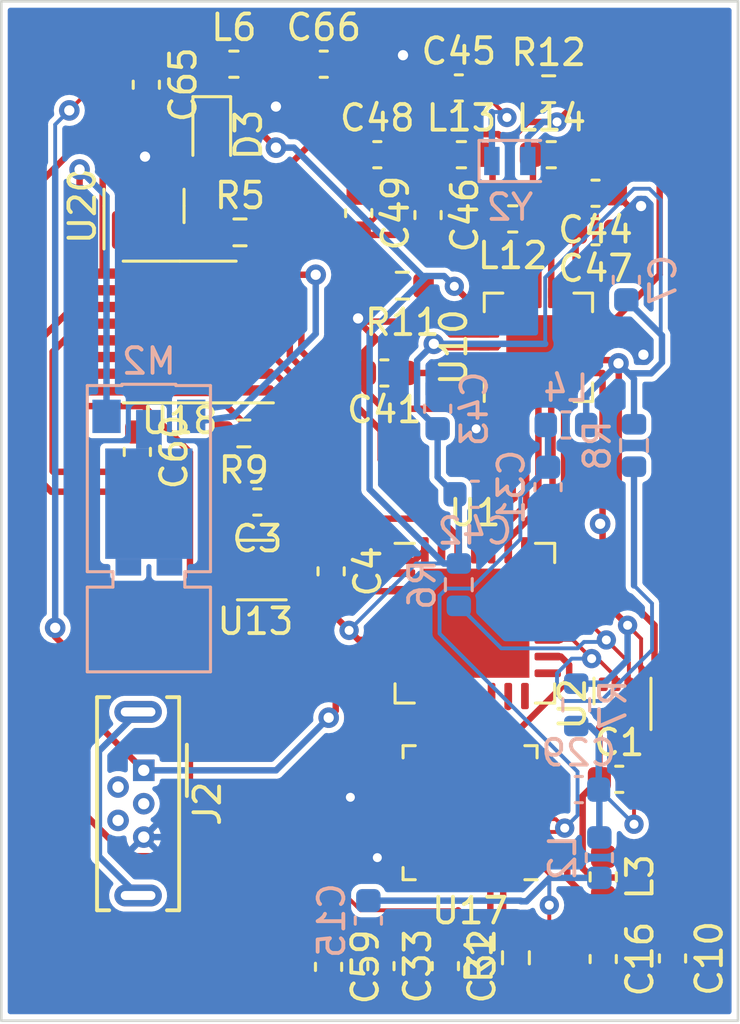
<source format=kicad_pcb>
(kicad_pcb (version 20221018) (generator pcbnew)
  (layers (0 "F.Cu" signal) (31 "B.Cu" signal) (34 "B.Paste" user) (35 "F.Paste" user) (36 "B.SilkS" user "B.Silkscreen") (37 "F.SilkS" user "F.Silkscreen") (38 "B.Mask" user) (39 "F.Mask" user) (44 "Edge.Cuts" user))
  (net 0 "")
  (net 1 "GND")
  (net 2 "+3.3V")
  (net 3 "Net-(U13-OUT)")
  (net 4 "TS signal ")
  (net 5 "ANT")
  (net 6 "Net-(U17-VDDD)")
  (net 7 "Net-(U17-LNA)")
  (net 8 "Net-(C31-Pad1)")
  (net 9 "Net-(U18-VBB)")
  (net 10 "Net-(U10-DVDD)")
  (net 11 "Net-(U10-VDD_PA)")
  (net 12 "Net-(U10-XC1)")
  (net 13 "Net-(U10-XC2)")
  (net 14 "Net-(C48-Pad2)")
  (net 15 "Net-(U18-VCP)")
  (net 16 "Net-(U18-CP1)")
  (net 17 "Net-(U18-CP2)")
  (net 18 "Net-(D3-K)")
  (net 19 "Net-(U10-ANT1)")
  (net 20 "Net-(U10-ANT2)")
  (net 21 "Net-(M2-+)")
  (net 22 "Net-(M2--)")
  (net 23 "Net-(U17-RES12K)")
  (net 24 "Net-(U18-SENSE)")
  (net 25 "SDA")
  (net 26 "SDA2")
  (net 27 "INT")
  (net 28 "Net-(U18-~{FAULT})")
  (net 29 "+12V")
  (net 30 "Net-(U10-IREF)")
  (net 31 "CSN")
  (net 34 "SCK")
  (net 37 "GPIO A2")
  (net 40 "INTA ")
  (net 41 "CE")
  (net 42 "IRQ")
  (net 43 "CLK2")
  (net 44 "CLK1")
  (net 45 "drv enable")
  (net 46 "drv mode")
  (net 47 "drv phase")
  (net 52 "mosi")
  (net 53 "miso")
  (net 74 "drv sleep")
  (net 77 "unconnected-(U1-A2-Pad13)")
  (net 82 "unconnected-(J2-Shield-Pad6)")
  (footprint "Resistor_SMD:R_0603_1608Metric" (layer "F.Cu") (at 161 110.53 180)
    (fp_text reference "R9")
    (fp_text value "1k")
  )
  (footprint "Capacitor_SMD:C_0603_1608Metric" (layer "F.Cu") (at 164.4 115.9 -90)
    (fp_text reference "C4")
    (fp_text value "100p")
  )
  (footprint "Capacitor_SMD:C_0603_1608Metric" (layer "F.Cu") (at 166.475 108.175 180)
    (fp_text reference "C41")
    (fp_text value "33n")
  )
  (footprint "Capacitor_SMD:C_0603_1608Metric" (layer "F.Cu") (at 157.2 96.95 -90)
    (fp_text reference "C65")
    (fp_text value "100u")
  )
  (footprint "Diode_SMD:D_0603_1608Metric" (layer "F.Cu") (at 159.75 98.9 -90)
    (fp_text reference "D3")
    (fp_text value "D_Schottky")
  )
  (footprint "Resistor_SMD:R_0603_1608Metric" (layer "F.Cu") (at 171.6 130.95 90)
    (fp_text reference "R1")
    (fp_text value "60")
  )
  (footprint "Capacitor_SMD:C_0603_1608Metric" (layer "F.Cu") (at 164.3 131.305 -90)
    (fp_text reference "C59")
    (fp_text value "0.1u")
  )
  (footprint "Capacitor_SMD:C_0603_1608Metric" (layer "F.Cu") (at 164.1125 96.15)
    (fp_text reference "C66")
    (fp_text value "100u")
  )
  (footprint "Package_DFN_QFN:QFN-20-1EP_4x4mm_P0.5mm_EP2.5x2.5mm" (layer "F.Cu") (at 172.475 107.175 90)
    (fp_text reference "U10")
    (fp_text value "NRF24L01")
  )
  (footprint "Capacitor_SMD:C_0603_1608Metric" (layer "F.Cu") (at 175.625 124)
    (fp_text reference "C1")
    (fp_text value "100n")
  )
  (footprint "Capacitor_SMD:C_0603_1608Metric" (layer "F.Cu") (at 174.7 102.675 180)
    (fp_text reference "C47")
    (fp_text value "4.7p")
  )
  (footprint "Package_DFN_QFN:QFN-28-1EP_6x6mm_P0.65mm_EP4.25x4.25mm" (layer "F.Cu") (at 170 117.92)
    (fp_text reference "U1")
    (fp_text value "MCP23017_ML")
  )
  (footprint "Resistor_SMD:R_0603_1608Metric" (layer "F.Cu") (at 167.175 104.775 180)
    (fp_text reference "R11")
    (fp_text value "22k")
  )
  (footprint "Package_SO:HTSSOP-16-1EP_4.4x5mm_P0.65mm_EP3.4x5mm_Mask2.46x2.31mm" (layer "F.Cu") (at 158.5 106.58 180)
    (fp_text reference "U18")
    (fp_text value "DRV8800PWP")
  )
  (footprint "Package_DFN_QFN:QFN-32-1EP_5x5mm_P0.5mm_EP3.45x3.45mm" (layer "F.Cu") (at 169.8125 125.3 180)
    (fp_text reference "U17")
    (fp_text value "ESP8266EX")
  )
  (footprint "Inductor_SMD:L_0603_1608Metric" (layer "F.Cu") (at 171.475 102.175 180)
    (fp_text reference "L12")
    (fp_text value "8.2n")
  )
  (footprint "Capacitor_SMD:C_0603_1608Metric" (layer "F.Cu") (at 156.85 111.25 -90)
    (fp_text reference "C60")
    (fp_text value "0.1u")
  )
  (footprint "Inductor_SMD:L_0603_1608Metric" (layer "F.Cu") (at 172.975 99.675)
    (fp_text reference "L14")
    (fp_text value "3.9n")
  )
  (footprint "Resistor_SMD:R_0603_1608Metric" (layer "F.Cu") (at 172.875 97.125)
    (fp_text reference "R12")
    (fp_text value "1M")
  )
  (footprint "Capacitor_SMD:C_0603_1608Metric" (layer "F.Cu") (at 166.2 99.675)
    (fp_text reference "C48")
    (fp_text value "1.5p")
  )
  (footprint "Inductor_SMD:L_0603_1608Metric" (layer "F.Cu") (at 175 127.8 -90)
    (fp_text reference "L3")
    (fp_text value "2.2n")
  )
  (footprint "Capacitor_SMD:C_0603_1608Metric" (layer "F.Cu") (at 175 131 -90)
    (fp_text reference "C16")
    (fp_text value "3p")
  )
  (footprint "OptoDevice:Broadcom_LGA-8_2x2mm_P0.5mm" (layer "F.Cu") (at 175.75 121.0625 90)
    (fp_text reference "U2")
    (fp_text value "APDS-9306")
  )
  (footprint "Capacitor_SMD:C_0603_1608Metric" (layer "F.Cu") (at 174.7 101.175 180)
    (fp_text reference "C44")
    (fp_text value "2.2n")
  )
  (footprint "Capacitor_SMD:C_0603_1608Metric" (layer "F.Cu") (at 165.475 101.95 -90)
    (fp_text reference "C49")
    (fp_text value "1p")
  )
  (footprint "Package_TO_SOT_SMD:SOT-23" (layer "F.Cu") (at 157.11 101.67 90)
    (fp_text reference "U20")
    (fp_text value "LM2576HVS-3.3")
  )
  (footprint "Inductor_SMD:L_0603_1608Metric" (layer "F.Cu") (at 169.475 99.675)
    (fp_text reference "L13")
    (fp_text value "2.7n")
  )
  (footprint "Capacitor_SMD:C_0603_1608Metric" (layer "F.Cu") (at 169.375 97.075)
    (fp_text reference "C45")
    (fp_text value "22p")
  )
  (footprint "Connector_USB:USB_Micro-B_Wuerth_614105150721_Vertical" (layer "F.Cu") (at 157.1 123.65 -90)
    (fp_text reference "J2")
    (fp_text value "USB_B_Micro")
  )
  (footprint "Capacitor_SMD:C_0603_1608Metric" (layer "F.Cu") (at 166.34 131.275 -90)
    (fp_text reference "C33")
    (fp_text value "0.1u")
  )
  (footprint "Capacitor_SMD:C_0603_1608Metric" (layer "F.Cu") (at 168.175 102.025 -90)
    (fp_text reference "C46")
    (fp_text value "22p")
  )
  (footprint "Capacitor_SMD:C_0603_1608Metric" (layer "F.Cu") (at 168.85 131.275 -90)
    (fp_text reference "C32")
    (fp_text value "100n")
  )
  (footprint "Package_TO_SOT_SMD:SOT-353_SC-70-5" (layer "F.Cu") (at 161.45 115.85 180)
    (fp_text reference "U13")
    (fp_text value "LMT86DCK")
  )
  (footprint "Resistor_SMD:R_0603_1608Metric" (layer "F.Cu") (at 160.85 102.7)
    (fp_text reference "R5")
    (fp_text value "1k")
  )
  (footprint "Capacitor_SMD:C_0603_1608Metric" (layer "F.Cu") (at 177.7 130.975 -90)
    (fp_text reference "C10")
    (fp_text value "2.4p")
  )
  (footprint "Inductor_SMD:L_0603_1608Metric" (layer "F.Cu") (at 160.6125 96.15)
    (fp_text reference "L6")
    (fp_text value "100u")
  )
  (footprint "Capacitor_SMD:C_0603_1608Metric" (layer "F.Cu") (at 161.525 113.2 180)
    (fp_text reference "C3")
    (fp_text value "50u")
  )
  (footprint "Inductor_SMD:L_0603_1608Metric" (layer "B.Cu") (at 173.55 110.2 180)
    (fp_text reference "L4")
    (fp_text value "1.9n")
  )
  (footprint "Capacitor_SMD:C_0603_1608Metric" (layer "B.Cu") (at 175.9 104.55 90)
    (fp_text reference "C7")
    (fp_text value "1u")
  )
  (footprint "Inductor_SMD:L_0603_1608Metric" (layer "B.Cu") (at 174.85 127.05 -90)
    (fp_text reference "L2")
    (fp_text value "1.8n")
  )
  (footprint "Resistor_SMD:R_0603_1608Metric" (layer "B.Cu") (at 173.95 121.1 90)
    (fp_text reference "R7")
    (fp_text value "10k")
  )
  (footprint "Crystal:Crystal_SMD_2012-2Pin_2.0x1.2mm" (layer "B.Cu") (at 171.3625 99.92)
    (fp_text reference "Y2")
    (fp_text value "ABM3-8.000MHZ-D2Y")
  )
  (footprint "Capacitor_SMD:C_0603_1608Metric" (layer "B.Cu") (at 165.85 129.5 -90)
    (fp_text reference "C15")
    (fp_text value "1u")
  )
  (footprint "Motors:Vybronics_VZ30C1T8219732L" (layer "B.Cu") (at 157.3 114.215 180)
    (fp_text reference "M2")
    (fp_text value "Motor_DC")
  )
  (footprint "Capacitor_SMD:C_0603_1608Metric" (layer "B.Cu") (at 172.85 112.62 -90)
    (fp_text reference "C31")
    (fp_text value "0.1u")
  )
  (footprint "Resistor_SMD:R_0603_1608Metric" (layer "B.Cu") (at 169.375 116.42 -90)
    (fp_text reference "R6")
    (fp_text value "10k")
  )
  (footprint "Capacitor_SMD:C_0603_1608Metric" (layer "B.Cu") (at 168.55 109.57 90)
    (fp_text reference "C43")
    (fp_text value "10n")
  )
  (footprint "Capacitor_SMD:C_0603_1608Metric" (layer "B.Cu") (at 174.05 124.4 180)
    (fp_text reference "C29")
    (fp_text value "10u")
  )
  (footprint "Resistor_SMD:R_0603_1608Metric" (layer "B.Cu") (at 176.2 111 -90)
    (fp_text reference "R8")
    (fp_text value "10k")
  )
  (footprint "Capacitor_SMD:C_0603_1608Metric" (layer "B.Cu") (at 170 112.9)
    (fp_text reference "C42")
    (fp_text value "1n")
  )
  (gr_rect (start 151.55 93.7) (end 180.25 133.4) (stroke (width 0.1)) (fill none) (layer "Edge.Cuts"))
  (segment (start 169.345448 129.1) (end 165.55 129.1) (width 0.15) (layer "F.Cu") (net 1))
  (segment (start 175.48754 127.825) (end 175.8 128.13746) (width 0.25) (layer "F.Cu") (net 1))
  (segment (start 157.15 99.75) (end 157.15 97.775) (width 0.25) (layer "F.Cu") (net 1))
  (segment (start 163.734052 113.2) (end 165.2 114.665948) (width 0.25) (layer "F.Cu") (net 1))
  (segment (start 157.15 97.775) (end 157.2 97.725) (width 0.25) (layer "F.Cu") (net 1))
  (segment (start 158.95 98.8875) (end 158.95 95.77496) (width 0.25) (layer "F.Cu") (net 1))
  (segment (start 160.290948 112.4) (end 159.8 112.890948) (width 0.25) (layer "F.Cu") (net 1))
  (segment (start 165.774195 97.075) (end 165.774195 97.036695) (width 0.25) (layer "F.Cu") (net 1))
  (segment (start 158.175 106.905) (end 158.5 106.58) (width 0.25) (layer "F.Cu") (net 1))
  (segment (start 177.4 132.05) (end 177.7 131.75) (width 0.25) (layer "F.Cu") (net 1))
  (segment (start 165.03 124.02) (end 165.03 124.58) (width 0.15) (layer "F.Cu") (net 1))
  (segment (start 165.2 114.665948) (end 165.2 115.584052) (width 0.25) (layer "F.Cu") (net 1))
  (segment (start 170.1525 132.0475) (end 170.15 132.05) (width 0.25) (layer "F.Cu") (net 1))
  (segment (start 161.5 112.4) (end 161 112.4) (width 0.25) (layer "F.Cu") (net 1))
  (segment (start 162.3 113.2) (end 161.5 112.4) (width 0.25) (layer "F.Cu") (net 1))
  (segment (start 166.275 101.925) (end 165.475 102.725) (width 0.25) (layer "F.Cu") (net 1))
  (segment (start 168.15 97.075) (end 166.2 99.025) (width 0.25) (layer "F.Cu") (net 1))
  (segment (start 161 112.4) (end 160.290948 112.4) (width 0.25) (layer "F.Cu") (net 1))
  (segment (start 165.774195 97.075) (end 162.4745 100.374695) (width 0.25) (layer "F.Cu") (net 1))
  (segment (start 158.5 107.631996) (end 158.5 106.58) (width 0.25) (layer "F.Cu") (net 1))
  (segment (start 175.471996 106.928199) (end 176.030956 106.928199) (width 0.25) (layer "F.Cu") (net 1))
  (segment (start 167.2 95.8) (end 165.2375 95.8) (width 0.25) (layer "F.Cu") (net 1))
  (segment (start 170.15 132.05) (end 177.4 132.05) (width 0.25) (layer "F.Cu") (net 1))
  (segment (start 166.2 127.05) (end 167.375 127.05) (width 0.25) (layer "F.Cu") (net 1))
  (segment (start 165.2 115.584052) (end 164.884052 115.9) (width 0.25) (layer "F.Cu") (net 1))
  (segment (start 164.199195 102.7) (end 164.224195 102.725) (width 0.25) (layer "F.Cu") (net 1))
  (segment (start 170.8745 103.6745) (end 168.775 103.6745) (width 0.25) (layer "F.Cu") (net 1))
  (segment (start 166.2 99.025) (end 166.2 100.640948) (width 0.25) (layer "F.Cu") (net 1))
  (segment (start 168.175 102.8) (end 165.55 102.8) (width 0.25) (layer "F.Cu") (net 1))
  (segment (start 158.5 103) (end 158.5 106.58) (width 0.25) (layer "F.Cu") (net 1))
  (segment (start 165.7 108.175) (end 165.7 107.325) (width 0.25) (layer "F.Cu") (net 1))
  (segment (start 161 112.4) (end 161 110.131996) (width 0.25) (layer "F.Cu") (net 1))
  (segment (start 159.75 99.6875) (end 158.6625 99.6875) (width 0.25) (layer "F.Cu") (net 1))
  (segment (start 176.030956 106.928199) (end 176.565922 107.463165) (width 0.25) (layer "F.Cu") (net 1))
  (segment (start 159.75 99.6875) (end 158.95 98.8875) (width 0.25) (layer "F.Cu") (net 1))
  (segment (start 165 128.55) (end 165 128.25) (width 0.15) (layer "F.Cu") (net 1))
  (segment (start 174.2 124.65) (end 174.2 127.46254) (width 0.25) (layer "F.Cu") (net 1))
  (segment (start 157.15 99.75) (end 157.2125 99.6875) (width 0.25) (layer "F.Cu") (net 1))
  (segment (start 171.975 104.775) (end 170.8745 103.6745) (width 0.25) (layer "F.Cu") (net 1))
  (segment (start 165.55 104.775) (end 165.475 104.85) (width 0.25) (layer "F.Cu") (net 1))
  (segment (start 161.488604 117.4) (end 163.308604 119.22) (width 0.25) (layer "F.Cu") (net 1))
  (segment (start 159.8 117.3) (end 159.9 117.4) (width 0.25) (layer "F.Cu") (net 1))
  (segment (start 159.37496 95.35) (end 164.0875 95.35) (width 0.25) (layer "F.Cu") (net 1))
  (segment (start 162.4 116.5) (end 162.4 115.85) (width 0.25) (layer "F.Cu") (net 1))
  (segment (start 169.125 125.3) (end 169.8125 125.3) (width 0.25) (layer "F.Cu") (net 1))
  (segment (start 162.4745 100.374695) (end 162.4745 100.975305) (width 0.25) (layer "F.Cu") (net 1))
  (segment (start 165.7 107.325) (end 166.1625 106.8625) (width 0.25) (layer "F.Cu") (net 1))
  (segment (start 174.4125 107.175) (end 175.225195 107.175) (width 0.25) (layer "F.Cu") (net 1))
  (segment (start 163.2375 97.8) (end 164.8875 96.15) (width 0.25) (layer "F.Cu") (net 1))
  (segment (start 170.5375 106.675) (end 169.060974 106.675) (width 0.25) (layer "F.Cu") (net 1))
  (segment (start 164.224195 102.725) (end 165.475 102.725) (width 0.25) (layer "F.Cu") (net 1))
  (segment (start 169.345448 129.1) (end 170.1525 129.907052) (width 0.25) (layer "F.Cu") (net 1))
  (segment (start 161 110.131996) (end 158.5 107.631996) (width 0.25) (layer "F.Cu") (net 1))
  (segment (start 169.1425 109.57) (end 166.445 109.57) (width 0.25) (layer "F.Cu") (net 1))
  (segment (start 165.475 104.175) (end 165.475 104.85) (width 0.25) (layer "F.Cu") (net 1))
  (segment (start 168.6 97.075) (end 168.15 97.075) (width 0.25) (layer "F.Cu") (net 1))
  (segment (start 169.27 109.57) (end 169.1425 109.57) (width 0.25) (layer "F.Cu") (net 1))
  (segment (start 175.225195 107.175) (end 175.471996 106.928199) (width 0.25) (layer "F.Cu") (net 1))
  (segment (start 170.1525 129.907052) (end 170.1525 132.0475) (width 0.25) (layer "F.Cu") (net 1))
  (segment (start 161.675 102.7) (end 164.199195 102.7) (width 0.25) (layer "F.Cu") (net 1))
  (segment (start 159.9 117.4) (end 161.488604 117.4) (width 0.25) (layer "F.Cu") (net 1))
  (segment (start 165 119.22) (end 167.1625 119.22) (width 0.25) (layer "F.Cu") (net 1))
  (segment (start 165.475 104.85) (end 165.475 106.175) (width 0.25) (layer "F.Cu") (net 1))
  (segment (start 170.05 110.35) (end 169.27 109.57) (width 0.25) (layer "F.Cu") (net 1))
  (segment (start 165.2375 95.8) (end 164.8875 96.15) (width 0.25) (layer "F.Cu") (net 1))
  (segment (start 165.55 102.8) (end 165.475 102.725) (width 0.25) (layer "F.Cu") (net 1))
  (segment (start 175.8 128.13746) (end 175.8 130.975) (width 0.25) (layer "F.Cu") (net 1))
  (segment (start 175.8 130.975) (end 175 131.775) (width 0.25) (layer "F.Cu") (net 1))
  (segment (start 174.85 124) (end 174.2 124.65) (width 0.25) (layer "F.Cu") (net 1))
  (segment (start 166.1625 106.8625) (end 165.475 106.175) (width 0.25) (layer "F.Cu") (net 1))
  (segment (start 161.675 102.7) (end 160.875 101.9) (width 0.25) (layer "F.Cu") (net 1))
  (segment (start 166.445 109.57) (end 165.7 108.825) (width 0.25) (layer "F.Cu") (net 1))
  (segment (start 165 128.25) (end 166.2 127.05) (width 0.15) (layer "F.Cu") (net 1))
  (segment (start 162.45 115.9) (end 162.4 115.85) (width 0.25) (layer "F.Cu") (net 1))
  (segment (start 164.0875 95.35) (end 164.8875 96.15) (width 0.25) (layer "F.Cu") (net 1))
  (segment (start 174.85 121.975) (end 175 121.825) (width 0.25) (layer "F.Cu") (net 1))
  (segment (start 166.275 100.715948) (end 166.275 101.925) (width 0.25) (layer "F.Cu") (net 1))
  (segment (start 163.308604 119.22) (end 164.55 119.22) (width 0.25) (layer "F.Cu") (net 1))
  (segment (start 166.2 100.640948) (end 166.275 100.715948) (width 0.25) (layer "F.Cu") (net 1))
  (segment (start 174.56246 127.825) (end 175.48754 127.825) (width 0.25) (layer "F.Cu") (net 1))
  (segment (start 169.060974 106.675) (end 168.560974 106.175) (width 0.25) (layer "F.Cu") (net 1))
  (segment (start 159.6 101.9) (end 158.5 103) (width 0.25) (layer "F.Cu") (net 1))
  (segment (start 157.11 99.79) (end 157.15 99.75) (width 0.25) (layer "F.Cu") (net 1))
  (segment (start 162.3 113.2) (end 163.734052 113.2) (width 0.25) (layer "F.Cu") (net 1))
  (segment (start 159.8 112.890948) (end 159.8 117.3) (width 0.25) (layer "F.Cu") (net 1))
  (segment (start 165.475 102.725) (end 165.475 104.175) (width 0.25) (layer "F.Cu") (net 1))
  (segment (start 158.6625 99.6875) (end 157.11 101.24) (width 0.25) (layer "F.Cu") (net 1))
  (segment (start 155.6375 106.905) (end 158.175 106.905) (width 0.25) (layer "F.Cu") (net 1))
  (segment (start 165.774195 97.036695) (end 164.8875 96.15) (width 0.25) (layer "F.Cu") (net 1))
  (segment (start 160.875 101.9) (end 159.6 101.9) (width 0.25) (layer "F.Cu") (net 1))
  (segment (start 164.884052 115.9) (end 162.45 115.9) (width 0.25) (layer "F.Cu") (net 1))
  (segment (start 168.5625 126.55) (end 167.375 126.55) (width 0.25) (layer "F.Cu") (net 1))
  (segment (start 166.34 132.05) (end 170.15 132.05) (width 0.25) (layer "F.Cu") (net 1))
  (segment (start 166.35 104.775) (end 165.55 104.775) (width 0.25) (layer "F.Cu") (net 1))
  (segment (start 167.375 127.05) (end 169.125 125.3) (width 0.25) (layer "F.Cu") (net 1))
  (segment (start 168.775 103.4) (end 168.175 102.8) (width 0.25) (layer "F.Cu") (net 1))
  (segment (start 174.2 127.46254) (end 174.56246 127.825) (width 0.25) (layer "F.Cu") (net 1))
  (segment (start 165.7 108.825) (end 165.7 108.175) (width 0.25) (layer "F.Cu") (net 1))
  (segment (start 158.95 95.77496) (end 159.37496 95.35) (width 0.25) (layer "F.Cu") (net 1))
  (segment (start 162.4745 100.975305) (end 164.224195 102.725) (width 0.25) (layer "F.Cu") (net 1))
  (segment (start 165.55 129.1) (end 165 128.55) (width 0.15) (layer "F.Cu") (net 1))
  (segment (start 165.03 124.02) (end 165.03 119.25) (width 0.25) (layer "F.Cu") (net 1))
  (segment (start 171.975 105.2375) (end 171.975 104.775) (width 0.25) (layer "F.Cu") (net 1))
  (segment (start 175.975 101.675) (end 175.475 101.175) (width 0.25) (layer "F.Cu") (net 1))
  (segment (start 165.03 124.58) (end 165.15 124.7) (width 0.15) (layer "F.Cu") (net 1))
  (segment (start 169.8125 125.3) (end 168.5625 126.55) (width 0.25) (layer "F.Cu") (net 1))
  (segment (start 168.560974 106.175) (end 165.475 106.175) (width 0.25) (layer "F.Cu") (net 1))
  (segment (start 168.775 103.6745) (end 168.775 103.4) (width 0.25) (layer "F.Cu") (net 1))
  (segment (start 162.25 97.8) (end 163.2375 97.8) (width 0.25) (layer "F.Cu") (net 1))
  (segment (start 164.55 119.22) (end 165 119.22) (width 0.25) (layer "F.Cu") (net 1))
  (segment (start 170.5375 108.175) (end 169.1425 109.57) (width 0.25) (layer "F.Cu") (net 1))
  (segment (start 157.2125 99.6875) (end 159.75 99.6875) (width 0.25) (layer "F.Cu") (net 1))
  (segment (start 165.03 119.25) (end 165 119.22) (width 0.25) (layer "F.Cu") (net 1))
  (segment (start 161.3625 106.905) (end 158.825 106.905) (width 0.25) (layer "F.Cu") (net 1))
  (segment (start 176.475 101.675) (end 175.975 101.675) (width 0.25) (layer "F.Cu") (net 1))
  (segment (start 174.85 124) (end 174.85 121.975) (width 0.25) (layer "F.Cu") (net 1))
  (segment (start 158.825 106.905) (end 158.5 106.58) (width 0.25) (layer "F.Cu") (net 1))
  (segment (start 175.475 102.675) (end 176.475 101.675) (width 0.25) (layer "F.Cu") (net 1))
  (via (at 166.2 127.05) (size 0.75) (drill 0.35) (layers "F.Cu" "B.Cu") (net 1))
  (via (at 170.05 110.35) (size 0.75) (drill 0.35) (layers "F.Cu" "B.Cu") (net 1))
  (via (at 176.475 101.675) (size 0.8) (drill 0.4) (layers "F.Cu" "B.Cu") (net 1))
  (via (at 157.15 99.75) (size 0.8) (drill 0.4) (layers "F.Cu" "B.Cu") (net 1))
  (via (at 165.45 106.05) (size 0.8) (drill 0.4) (layers "F.Cu" "B.Cu") (net 1))
  (via (at 167.2 95.8) (size 0.8) (drill 0.4) (layers "F.Cu" "B.Cu") (net 1))
  (via (at 162.25 97.8) (size 0.8) (drill 0.4) (layers "F.Cu" "B.Cu") (net 1))
  (via (at 176.565922 107.463165) (size 0.8) (drill 0.4) (layers "F.Cu" "B.Cu") (net 1))
  (via (at 165.15 124.7) (size 0.75) (drill 0.35) (layers "F.Cu" "B.Cu") (net 1))
  (segment (start 157.15 99.75) (end 160.225305 99.75) (width 0.25) (layer "B.Cu") (net 1))
  (segment (start 171.605 108.795) (end 171.75 108.795) (width 0.25) (layer "B.Cu") (net 1))
  (segment (start 172.60754 108.795) (end 173.575 109.76246) (width 0.25) (layer "B.Cu") (net 1))
  (segment (start 173.65 111.385948) (end 173.65 112.595) (width 0.25) (layer "B.Cu") (net 1))
  (segment (start 175.1 104.575) (end 175.9 103.775) (width 0.25) (layer "B.Cu") (net 1))
  (segment (start 168.55 108.795) (end 168.55 108.85) (width 0.25) (layer "B.Cu") (net 1))
  (segment (start 171.3 127.05) (end 166.2 127.05) (width 0.15) (layer "B.Cu") (net 1))
  (segment (start 173.65 112.595) (end 172.85 113.395) (width 0.25) (layer "B.Cu") (net 1))
  (segment (start 173.275 124.4) (end 173.275 125.075) (width 0.15) (layer "B.Cu") (net 1))
  (segment (start 173.575 111.310948) (end 173.65 111.385948) (width 0.25) (layer "B.Cu") (net 1))
  (segment (start 173.575 109.76246) (end 173.575 111.310948) (width 0.25) (layer "B.Cu") (net 1))
  (segment (start 175.9 103.775) (end 175.9 102.25) (width 0.25) (layer "B.Cu") (net 1))
  (segment (start 165.05 125.2) (end 165.05 124.8) (width 0.15) (layer "B.Cu") (net 1))
  (segment (start 172.60754 108.795) (end 175.1 106.30254) (width 0.15) (layer "B.Cu") (net 1))
  (segment (start 165.05 124.8) (end 165.15 124.7) (width 0.15) (layer "B.Cu") (net 1))
  (segment (start 171.75 108.795) (end 172.60754 108.795) (width 0.25) (layer "B.Cu") (net 1))
  (segment (start 165.05 128.85) (end 165.05 128.9) (width 0.25) (layer "B.Cu") (net 1))
  (segment (start 170.05 110.35) (end 171.605 108.795) (width 0.25) (layer "B.Cu") (net 1))
  (segment (start 162.45 126.25) (end 165.05 128.85) (width 0.25) (layer "B.Cu") (net 1))
  (segment (start 163 97.8) (end 162.25 97.8) (width 0.25) (layer "B.Cu") (net 1))
  (segment (start 173.275 125.075) (end 171.3 127.05) (width 0.15) (layer "B.Cu") (net 1))
  (segment (start 165.85 130.275) (end 165.05 129.475) (width 0.25) (layer "B.Cu") (net 1))
  (segment (start 176.565922 107.463165) (end 175.1 105.997243) (width 0.25) (layer "B.Cu") (net 1))
  (segment (start 165.05 125.2) (end 165.05 128.9) (width 0.25) (layer "B.Cu") (net 1))
  (segment (start 175.1 106.30254) (end 175.1 105.45) (width 0.15) (layer "B.Cu") (net 1))
  (segment (start 167.2 95.8) (end 165 95.8) (width 0.25) (layer "B.Cu") (net 1))
  (segment (start 170.05 110.35) (end 170.05 111.5) (width 0.25) (layer "B.Cu") (net 1))
  (segment (start 175.1 105.997243) (end 175.1 105.45) (width 0.25) (layer "B.Cu") (net 1))
  (segment (start 165 95.8) (end 163 97.8) (width 0.25) (layer "B.Cu") (net 1))
  (segment (start 160.225305 99.75) (end 165.45 104.974695) (width 0.25) (layer "B.Cu") (net 1))
  (segment (start 165.45 104.974695) (end 165.45 106.05) (width 0.25) (layer "B.Cu") (net 1))
  (segment (start 157.1 126.25) (end 162.45 126.25) (width 0.25) (layer "B.Cu") (net 1))
  (segment (start 170.775 112.225) (end 170.775 112.9) (width 0.25) (layer "B.Cu") (net 1))
  (segment (start 175.1 105.45) (end 175.1 104.575) (width 0.25) (layer "B.Cu") (net 1))
  (segment (start 170.05 111.5) (end 170.775 112.225) (width 0.25) (layer "B.Cu") (net 1))
  (segment (start 165.05 129.475) (end 165.05 128.9) (width 0.25) (layer "B.Cu") (net 1))
  (segment (start 175.9 102.25) (end 176.475 101.675) (width 0.25) (layer "B.Cu") (net 1))
  (segment (start 168.55 108.85) (end 170.05 110.35) (width 0.25) (layer "B.Cu") (net 1))
  (segment (start 169.2 104.8) (end 169.6375 105.2375) (width 0.25) (layer "F.Cu") (net 2))
  (segment (start 162.25 99.4) (end 161.4 98.55) (width 0.25) (layer "F.Cu") (net 2))
  (segment (start 176.2 125.75) (end 176.2 124.2) (width 0.15) (layer "F.Cu") (net 2))
  (segment (start 168.40085 107.040181) (end 168.40085 107.062246) (width 0.25) (layer "F.Cu") (net 2))
  (segment (start 176.2 124.2) (end 176.4 124) (width 0.15) (layer "F.Cu") (net 2))
  (segment (start 170.5375 107.175) (end 168.535669 107.175) (width 0.25) (layer "F.Cu") (net 2))
  (segment (start 175.59471 107.800451) (end 175.605851 107.811592) (width 0.25) (layer "F.Cu") (net 2))
  (segment (start 161.75 115.2) (end 161.75 117.025) (width 0.25) (layer "F.Cu") (net 2))
  (segment (start 160.5 115.2) (end 161.75 115.2) (width 0.25) (layer "F.Cu") (net 2))
  (segment (start 177 121.325) (end 176.5 121.825) (width 0.25) (layer "F.Cu") (net 2))
  (segment (start 168.463604 107.125) (end 170.9 107.125) (width 0.25) (layer "F.Cu") (net 2))
  (segment (start 164.55 117.65) (end 165.47 118.57) (width 0.25) (layer "F.Cu") (net 2))
  (segment (start 162.375 117.65) (end 164.55 117.65) (width 0.25) (layer "F.Cu") (net 2))
  (segment (start 176.5 123.9) (end 176.5 121.825) (width 0.25) (layer "F.Cu") (net 2))
  (segment (start 168.40085 107.10085) (end 168.475 107.175) (width 0.25) (layer "F.Cu") (net 2))
  (segment (start 177 118) (end 177 121.325) (width 0.25) (layer "F.Cu") (net 2))
  (segment (start 161.4 98.55) (end 161.4 96.15) (width 0.25) (layer "F.Cu") (net 2))
  (segment (start 168.40085 107.062246) (end 168.463604 107.125) (width 0.25) (layer "F.Cu") (net 2))
  (segment (start 161.75 117.025) (end 162.375 117.65) (width 0.25) (layer "F.Cu") (net 2))
  (segment (start 165.47 118.57) (end 167.1625 118.57) (width 0.25) (layer "F.Cu") (net 2))
  (segment (start 160.75 113.2) (end 161.75 114.2) (width 0.25) (layer "F.Cu") (net 2))
  (segment (start 176.4 124) (end 176.5 123.9) (width 0.25) (layer "F.Cu") (net 2))
  (segment (start 161.4 96.15) (end 163.3375 96.15) (width 0.25) (layer "F.Cu") (net 2))
  (segment (start 169.6375 105.2375) (end 171.475 105.2375) (width 0.25) (layer "F.Cu") (net 2))
  (segment (start 168.535669 107.175) (end 168.40085 107.040181) (width 0.25) (layer "F.Cu") (net 2))
  (segment (start 168.40085 107.040181) (end 168.40085 107.10085) (width 0.25) (layer "F.Cu") (net 2))
  (segment (start 175.59471 107.800451) (end 175.469259 107.675) (width 0.25) (layer "F.Cu") (net 2))
  (segment (start 175.605851 107.811592) (end 175.605851 116.605851) (width 0.25) (layer "F.Cu") (net 2))
  (segment (start 161.75 114.2) (end 161.75 115.2) (width 0.25) (layer "F.Cu") (net 2))
  (segment (start 175.469259 107.675) (end 174.4125 107.675) (width 0.25) (layer "F.Cu") (net 2))
  (segment (start 175.605851 116.605851) (end 177 118) (width 0.25) (layer "F.Cu") (net 2))
  (via (at 169.2 104.8) (size 0.75) (drill 0.35) (layers "F.Cu" "B.Cu") (net 2))
  (via (at 162.25 99.4) (size 0.8) (drill 0.4) (layers "F.Cu" "B.Cu") (net 2))
  (via (at 176.2 125.75) (size 0.75) (drill 0.35) (layers "F.Cu" "B.Cu") (net 2))
  (via (at 168.40085 107.040181) (size 0.8) (drill 0.4) (layers "F.Cu" "B.Cu") (net 2))
  (via (at 175.59471 107.800451) (size 0.8) (drill 0.4) (layers "F.Cu" "B.Cu") (net 2))
  (via (at 165.1 118.2) (size 0.75) (drill 0.35) (layers "F.Cu" "B.Cu") (net 2))
  (segment (start 177.240922 101.440922) (end 177.240922 107.81347) (width 0.15) (layer "B.Cu") (net 2))
  (segment (start 175.9 105.325) (end 177.290922 106.715922) (width 0.25) (layer "B.Cu") (net 2))
  (segment (start 167.75 107.691031) (end 167.75 109.545) (width 0.25) (layer "B.Cu") (net 2))
  (segment (start 162.949805 99.4) (end 167.949305 104.3995) (width 0.25) (layer "B.Cu") (net 2))
  (segment (start 168.125805 104.3995) (end 168.7995 104.3995) (width 0.25) (layer "B.Cu") (net 2))
  (segment (start 167.75 109.545) (end 168.55 110.345) (width 0.25) (layer "B.Cu") (net 2))
  (segment (start 169.375 115.595) (end 168.788392 115.595) (width 0.25) (layer "B.Cu") (net 2))
  (segment (start 174.825 122.275) (end 174.825 124.4) (width 0.25) (layer "B.Cu") (net 2))
  (segment (start 172.740181 107.040181) (end 172.740181 104.455224) (width 0.15) (layer "B.Cu") (net 2))
  (segment (start 168.788392 115.595) (end 165.9 112.706608) (width 0.25) (layer "B.Cu") (net 2))
  (segment (start 177.240922 107.81347) (end 176.866227 108.188165) (width 0.15) (layer "B.Cu") (net 2))
  (segment (start 174.3375 109.057661) (end 175.59471 107.800451) (width 0.25) (layer "B.Cu") (net 2))
  (segment (start 174.475 121.925) (end 174.825 122.275) (width 0.25) (layer "B.Cu") (net 2))
  (segment (start 169.375 115.595) (end 169.375 113.05) (width 0.25) (layer "B.Cu") (net 2))
  (segment (start 176.2 110.175) (end 176.2 108.405741) (width 0.25) (layer "B.Cu") (net 2))
  (segment (start 176.866227 108.188165) (end 175.982424 108.188165) (width 0.25) (layer "B.Cu") (net 2))
  (segment (start 176.195405 101) (end 176.8 101) (width 0.15) (layer "B.Cu") (net 2))
  (segment (start 174.85 124.4) (end 174.825 124.4) (width 0.15) (layer "B.Cu") (net 2))
  (segment (start 165.9 106.625305) (end 168.125805 104.3995) (width 0.25) (layer "B.Cu") (net 2))
  (segment (start 175.59471 107.800451) (end 175.45 107.945161) (width 0.15) (layer "B.Cu") (net 2))
  (segment (start 167.705 115.595) (end 168.788392 115.595) (width 0.15) (layer "B.Cu") (net 2))
  (segment (start 165.1 118.2) (end 167.705 115.595) (width 0.15) (layer "B.Cu") (net 2))
  (segment (start 168.40085 107.040181) (end 167.75 107.691031) (width 0.25) (layer "B.Cu") (net 2))
  (segment (start 168.40085 107.040181) (end 172.740181 107.040181) (width 0.25) (layer "B.Cu") (net 2))
  (segment (start 172.740181 104.455224) (end 176.195405 101) (width 0.15) (layer "B.Cu") (net 2))
  (segment (start 174.85 126.2625) (end 174.85 124.425) (width 0.25) (layer "B.Cu") (net 2))
  (segment (start 167.949305 104.3995) (end 168.125805 104.3995) (width 0.25) (layer "B.Cu") (net 2))
  (segment (start 176.2 125.75) (end 174.85 124.4) (width 0.15) (layer "B.Cu") (net 2))
  (segment (start 177.290922 106.715922) (end 177.290922 107.76347) (width 0.25) (layer "B.Cu") (net 2))
  (segment (start 174.3375 110.2) (end 174.3375 109.057661) (width 0.25) (layer "B.Cu") (net 2))
  (segment (start 175.982424 108.188165) (end 175.59471 107.800451) (width 0.25) (layer "B.Cu") (net 2))
  (segment (start 165.9 112.706608) (end 165.9 106.625305) (width 0.25) (layer "B.Cu") (net 2))
  (segment (start 169.375 113.05) (end 169.225 112.9) (width 0.25) (layer "B.Cu") (net 2))
  (segment (start 168.55 112.225) (end 169.225 112.9) (width 0.25) (layer "B.Cu") (net 2))
  (segment (start 168.7995 104.3995) (end 169.2 104.8) (width 0.25) (layer "B.Cu") (net 2))
  (segment (start 176.8 101) (end 177.240922 101.440922) (width 0.15) (layer "B.Cu") (net 2))
  (segment (start 176.2 108.405741) (end 175.59471 107.800451) (width 0.25) (layer "B.Cu") (net 2))
  (segment (start 162.25 99.4) (end 162.949805 99.4) (width 0.25) (layer "B.Cu") (net 2))
  (segment (start 168.55 110.345) (end 168.55 112.225) (width 0.25) (layer "B.Cu") (net 2))
  (segment (start 174.85 124.425) (end 174.825 124.4) (width 0.25) (layer "B.Cu") (net 2))
  (segment (start 177.290922 107.76347) (end 176.866227 108.188165) (width 0.25) (layer "B.Cu") (net 2))
  (segment (start 173.95 121.925) (end 174.475 121.925) (width 0.25) (layer "B.Cu") (net 2))
  (segment (start 164.4 115.125) (end 162.475 115.125) (width 0.25) (layer "F.Cu") (net 3))
  (segment (start 164.4 116.675) (end 167.1075 116.675) (width 0.25) (layer "F.Cu") (net 4))
  (segment (start 167.1075 116.675) (end 167.1625 116.62) (width 0.25) (layer "F.Cu") (net 4))
  (segment (start 165.425 99.675) (end 165.425 98.990948) (width 0.25) (layer "F.Cu") (net 5))
  (segment (start 175 127.0125) (end 176.4125 127.0125) (width 0.25) (layer "F.Cu") (net 5))
  (segment (start 174.511396 95.425) (end 177.8 98.713604) (width 0.25) (layer "F.Cu") (net 5))
  (segment (start 165.45 101.05) (end 165.45 99.6) (width 0.25) (layer "F.Cu") (net 5))
  (segment (start 177.8 125.625) (end 176.4125 127.0125) (width 0.25) (layer "F.Cu") (net 5))
  (segment (start 177.7 128.3) (end 176.4125 127.0125) (width 0.25) (layer "F.Cu") (net 5))
  (segment (start 165.425 98.990948) (end 168.990948 95.425) (width 0.25) (layer "F.Cu") (net 5))
  (segment (start 177.7 130.2) (end 177.7 128.3) (width 0.25) (layer "F.Cu") (net 5))
  (segment (start 177.8 98.713604) (end 177.8 125.625) (width 0.25) (layer "F.Cu") (net 5))
  (segment (start 177.8 130.1) (end 177.7 130.2) (width 0.25) (layer "F.Cu") (net 5))
  (segment (start 168.990948 95.425) (end 174.511396 95.425) (width 0.25) (layer "F.Cu") (net 5))
  (segment (start 165.45 99.6) (end 165.4 99.55) (width 0.25) (layer "F.Cu") (net 5))
  (segment (start 172.9 127.7) (end 172.9 128.9) (width 0.15) (layer "F.Cu") (net 6))
  (segment (start 172.414999 130.533005) (end 172.9 130.048004) (width 0.15) (layer "F.Cu") (net 6))
  (segment (start 172.098004 130.85) (end 171.101996 130.85) (width 0.25) (layer "F.Cu") (net 6))
  (segment (start 172.9 130.048004) (end 172.9 128.9) (width 0.15) (layer "F.Cu") (net 6))
  (segment (start 170.1025 127.4575) (end 170.6025 127.4575) (width 0.25) (layer "F.Cu") (net 6))
  (segment (start 170.6025 130.350504) (end 170.6025 127.4575) (width 0.25) (layer "F.Cu") (net 6))
  (segment (start 172.9 127.7) (end 172.25 127.05) (width 0.15) (layer "F.Cu") (net 6))
  (segment (start 171.101996 130.85) (end 170.6025 130.350504) (width 0.25) (layer "F.Cu") (net 6))
  (segment (start 172.414999 130.533005) (end 172.098004 130.85) (width 0.25) (layer "F.Cu") (net 6))
  (via (at 172.9 128.9) (size 0.75) (drill 0.35) (layers "F.Cu" "B.Cu") (net 6))
  (segment (start 172.010139 128.75) (end 172.922639 127.8375) (width 0.25) (layer "B.Cu") (net 6))
  (segment (start 171.8 128.75) (end 172.010139 128.75) (width 0.25) (layer "B.Cu") (net 6))
  (segment (start 171.775 128.725) (end 171.8 128.75) (width 0.25) (layer "B.Cu") (net 6))
  (segment (start 174.85 127.8375) (end 172.922639 127.8375) (width 0.25) (layer "B.Cu") (net 6))
  (segment (start 165.85 128.725) (end 171.775 128.725) (width 0.25) (layer "B.Cu") (net 6))
  (segment (start 172.9 127.860139) (end 172.922639 127.8375) (width 0.15) (layer "B.Cu") (net 6))
  (segment (start 172.9 128.9) (end 172.9 127.860139) (width 0.15) (layer "B.Cu") (net 6))
  (segment (start 173.6 127.85) (end 173.6 127.41276) (width 0.25) (layer "F.Cu") (net 7))
  (segment (start 175 128.5875) (end 175 128.49276) (width 0.25) (layer "F.Cu") (net 7))
  (segment (start 175 130.225) (end 175 128.5875) (width 0.25) (layer "F.Cu") (net 7))
  (segment (start 175 128.5875) (end 174.7725 128.36) (width 0.25) (layer "F.Cu") (net 7))
  (segment (start 172.73724 126.55) (end 172.25 126.55) (width 0.25) (layer "F.Cu") (net 7))
  (segment (start 175 128.5875) (end 174.3375 128.5875) (width 0.25) (layer "F.Cu") (net 7))
  (segment (start 173.6 127.41276) (end 172.73724 126.55) (width 0.25) (layer "F.Cu") (net 7))
  (segment (start 175.2125 130.0125) (end 175 130.225) (width 0.25) (layer "F.Cu") (net 7))
  (segment (start 174.3375 128.5875) (end 173.6 127.85) (width 0.25) (layer "F.Cu") (net 7))
  (segment (start 173.5 125.9) (end 173.35 126.05) (width 0.15) (layer "F.Cu") (net 8))
  (segment (start 172.25 125.55) (end 172.25 126.05) (width 0.25) (layer "F.Cu") (net 8))
  (segment (start 173.5 125.9) (end 173.15 125.55) (width 0.15) (layer "F.Cu") (net 8))
  (segment (start 173.15 125.55) (end 172.25 125.55) (width 0.15) (layer "F.Cu") (net 8))
  (segment (start 173.35 126.05) (end 172.25 126.05) (width 0.15) (layer "F.Cu") (net 8))
  (via (at 173.5 125.9) (size 0.75) (drill 0.35) (layers "F.Cu" "B.Cu") (net 8))
  (segment (start 168.897708 116.57) (end 169.852292 116.57) (width 0.15) (layer "B.Cu") (net 8))
  (segment (start 168.625 116.842708) (end 168.897708 116.57) (width 0.15) (layer "B.Cu") (net 8))
  (segment (start 173.5 125.9) (end 174 125.4) (width 0.15) (layer "B.Cu") (net 8))
  (segment (start 174 125.4) (end 174 123.7) (width 0.15) (layer "B.Cu") (net 8))
  (segment (start 171.7725 114.649792) (end 171.7725 112.9225) (width 0.15) (layer "B.Cu") (net 8))
  (segment (start 172.85 111.845) (end 171.7725 112.9225) (width 0.25) (layer "B.Cu") (net 8))
  (segment (start 174 123.7) (end 168.625 118.325) (width 0.15) (layer "B.Cu") (net 8))
  (segment (start 168.625 118.325) (end 168.625 116.842708) (width 0.15) (layer "B.Cu") (net 8))
  (segment (start 169.852292 116.57) (end 171.7725 114.649792) (width 0.15) (layer "B.Cu") (net 8))
  (segment (start 172.85 110.2875) (end 172.7625 110.2) (width 0.25) (layer "B.Cu") (net 8))
  (segment (start 172.85 111.845) (end 172.85 110.2875) (width 0.25) (layer "B.Cu") (net 8))
  (segment (start 155.5 100.124695) (end 155.5 104.1675) (width 0.25) (layer "F.Cu") (net 9))
  (segment (start 168.85 130.5) (end 165.35 130.5) (width 0.25) (layer "F.Cu") (net 9))
  (segment (start 165.35 130.5) (end 164.33 130.5) (width 0.25) (layer "F.Cu") (net 9))
  (segment (start 157.40859 126.995) (end 156.44141 126.995) (width 0.25) (layer "F.Cu") (net 9))
  (segment (start 152.65 101.174695) (end 154.374695 99.45) (width 0.25) (layer "F.Cu") (net 9))
  (segment (start 154.825305 99.45) (end 155.5 100.124695) (width 0.25) (layer "F.Cu") (net 9))
  (segment (start 152.65 123.20359) (end 152.65 101.174695) (width 0.25) (layer "F.Cu") (net 9))
  (segment (start 164.33 130.5) (end 164.3 130.53) (width 0.25) (layer "F.Cu") (net 9))
  (segment (start 155.5 104.1675) (end 155.6375 104.305) (width 0.25) (layer "F.Cu") (net 9))
  (segment (start 156.44141 126.995) (end 152.65 123.20359) (width 0.25) (layer "F.Cu") (net 9))
  (segment (start 154.374695 99.45) (end 154.825305 99.45) (width 0.25) (layer "F.Cu") (net 9))
  (segment (start 164.3 130.53) (end 160.94359 130.53) (width 0.25) (layer "F.Cu") (net 9))
  (segment (start 160.94359 130.53) (end 157.40859 126.995) (width 0.25) (layer "F.Cu") (net 9))
  (segment (start 168.25 108.175) (end 168.75 107.675) (width 0.25) (layer "F.Cu") (net 10))
  (segment (start 168.75 107.675) (end 170.5375 107.675) (width 0.25) (layer "F.Cu") (net 10))
  (segment (start 167.25 108.175) (end 168.25 108.175) (width 0.25) (layer "F.Cu") (net 10))
  (segment (start 173.925 99.8375) (end 173.7625 99.675) (width 0.25) (layer "F.Cu") (net 11))
  (segment (start 173.925 104.7875) (end 173.475 105.2375) (width 0.25) (layer "F.Cu") (net 11))
  (segment (start 173.925 102.675) (end 173.925 104.7875) (width 0.25) (layer "F.Cu") (net 11))
  (segment (start 173.925 102.675) (end 173.925 101.175) (width 0.25) (layer "F.Cu") (net 11))
  (segment (start 173.925 101.175) (end 173.925 99.8375) (width 0.25) (layer "F.Cu") (net 11))
  (segment (start 171.25 96.325) (end 172.05 97.125) (width 0.25) (layer "F.Cu") (net 12))
  (segment (start 171.25 98.225) (end 171.25 98.175) (width 0.15) (layer "F.Cu") (net 12))
  (segment (start 174.7 96.901996) (end 174.123004 96.325) (width 0.25) (layer "F.Cu") (net 12))
  (segment (start 170.9 96.325) (end 171.25 96.325) (width 0.25) (layer "F.Cu") (net 12))
  (segment (start 171.25 98.175) (end 170.15 97.075) (width 0.15) (layer "F.Cu") (net 12))
  (segment (start 174.123004 96.325) (end 172.85 96.325) (width 0.25) (layer "F.Cu") (net 12))
  (segment (start 170.15 97.075) (end 170.9 96.325) (width 0.25) (layer "F.Cu") (net 12))
  (segment (start 172.85 96.325) (end 172.05 97.125) (width 0.25) (layer "F.Cu") (net 12))
  (segment (start 174.7 105.8875) (end 174.7 96.901996) (width 0.25) (layer "F.Cu") (net 12))
  (segment (start 174.4125 106.175) (end 174.7 105.8875) (width 0.25) (layer "F.Cu") (net 12))
  (via (at 171.25 98.225) (size 0.75) (drill 0.35) (layers "F.Cu" "B.Cu") (net 12))
  (segment (start 171.25 98.225) (end 171.0375 98.0125) (width 0.15) (layer "B.Cu") (net 12))
  (segment (start 170.6625 99.92) (end 170.6625 98.0125) (width 0.25) (layer "B.Cu") (net 12))
  (segment (start 171.0375 98.0125) (end 170.6625 98.0125) (width 0.15) (layer "B.Cu") (net 12))
  (segment (start 169.375 96.590948) (end 169.375 98.925) (width 0.25) (layer "F.Cu") (net 13))
  (segment (start 171.53995 98.925) (end 170.96005 98.925) (width 0.25) (layer "F.Cu") (net 13))
  (segment (start 174.87474 106.675) (end 177.2 104.34974) (width 0.25) (layer "F.Cu") (net 13))
  (segment (start 177.2 98.75) (end 174.325 95.875) (width 0.25) (layer "F.Cu") (net 13))
  (segment (start 173.2 98.4) (end 172.06495 98.4) (width 0.25) (layer "F.Cu") (net 13))
  (segment (start 172.06495 98.4) (end 171.53995 98.925) (width 0.25) (layer "F.Cu") (net 13))
  (segment (start 174.325 95.875) (end 170.090948 95.875) (width 0.25) (layer "F.Cu") (net 13))
  (segment (start 169.45 99.23746) (end 169.45 100.16254) (width 0.25) (layer "F.Cu") (net 13))
  (segment (start 173.2 98.4) (end 173.7 97.9) (width 0.25) (layer "F.Cu") (net 13))
  (segment (start 168.36254 101.25) (end 168.175 101.25) (width 0.25) (layer "F.Cu") (net 13))
  (segment (start 170.91005 98.875) (end 169.81246 98.875) (width 0.25) (layer "F.Cu") (net 13))
  (segment (start 174.4125 106.675) (end 174.87474 106.675) (width 0.25) (layer "F.Cu") (net 13))
  (segment (start 173.7 97.9) (end 173.7 97.125) (width 0.25) (layer "F.Cu") (net 13))
  (segment (start 177.2 104.34974) (end 177.2 98.75) (width 0.25) (layer "F.Cu") (net 13))
  (segment (start 169.375 98.925) (end 169.56873 99.11873) (width 0.25) (layer "F.Cu") (net 13))
  (segment (start 170.96005 98.925) (end 170.91005 98.875) (width 0.25) (layer "F.Cu") (net 13))
  (segment (start 169.81246 98.875) (end 169.45 99.23746) (width 0.25) (layer "F.Cu") (net 13))
  (segment (start 170.090948 95.875) (end 169.375 96.590948) (width 0.25) (layer "F.Cu") (net 13))
  (segment (start 169.45 100.16254) (end 168.36254 101.25) (width 0.25) (layer "F.Cu") (net 13))
  (via (at 173.2 98.4) (size 0.75) (drill 0.35) (layers "F.Cu" "B.Cu") (net 13))
  (segment (start 172.0625 98.9875) (end 172.0625 99.92) (width 0.25) (layer "B.Cu") (net 13))
  (segment (start 173.2 98.4) (end 172.65 98.4) (width 0.25) (layer "B.Cu") (net 13))
  (segment (start 172.65 98.4) (end 172.0625 98.9875) (width 0.25) (layer "B.Cu") (net 13))
  (segment (start 166.975 99.675) (end 168.6875 99.675) (width 0.25) (layer "F.Cu") (net 14))
  (segment (start 169.65 130.040948) (end 169.65 130.959052) (width 0.25) (layer "F.Cu") (net 15))
  (segment (start 154.5 107.905001) (end 154.5 109.465948) (width 0.25) (layer "F.Cu") (net 15))
  (segment (start 154.850001 107.555) (end 154.5 107.905001) (width 0.25) (layer "F.Cu") (net 15))
  (segment (start 157.1 109.465948) (end 158.9 111.265948) (width 0.25) (layer "F.Cu") (net 15))
  (segment (start 158.9 125.53) (end 163.095 129.725) (width 0.25) (layer "F.Cu") (net 15))
  (segment (start 169.334052 129.725) (end 169.65 130.040948) (width 0.25) (layer "F.Cu") (net 15))
  (segment (start 163.095 129.725) (end 169.334052 129.725) (width 0.25) (layer "F.Cu") (net 15))
  (segment (start 169.65 130.959052) (end 169.334052 131.275) (width 0.25) (layer "F.Cu") (net 15))
  (segment (start 165.105 131.275) (end 164.3 132.08) (width 0.25) (layer "F.Cu") (net 15))
  (segment (start 169.334052 131.275) (end 165.105 131.275) (width 0.25) (layer "F.Cu") (net 15))
  (segment (start 154.5 109.465948) (end 157.1 109.465948) (width 0.25) (layer "F.Cu") (net 15))
  (segment (start 155.6375 107.555) (end 154.850001 107.555) (width 0.25) (layer "F.Cu") (net 15))
  (segment (start 158.9 111.265948) (end 158.9 125.53) (width 0.25) (layer "F.Cu") (net 15))
  (segment (start 155.6375 107.555) (end 155.6125 107.58) (width 0.25) (layer "F.Cu") (net 15))
  (segment (start 156.85 110.475) (end 157.65 111.275) (width 0.25) (layer "F.Cu") (net 16))
  (segment (start 154.345 105.605) (end 155.6375 105.605) (width 0.25) (layer "F.Cu") (net 16))
  (segment (start 157.65 112.484052) (end 157.334052 112.8) (width 0.25) (layer "F.Cu") (net 16))
  (segment (start 157.334052 112.8) (end 153.5 112.8) (width 0.25) (layer "F.Cu") (net 16))
  (segment (start 157.65 111.275) (end 157.65 112.484052) (width 0.25) (layer "F.Cu") (net 16))
  (segment (start 153.5 112.8) (end 153.1 112.4) (width 0.25) (layer "F.Cu") (net 16))
  (segment (start 153.1 112.4) (end 153.1 106.85) (width 0.25) (layer "F.Cu") (net 16))
  (segment (start 153.1 106.85) (end 154.345 105.605) (width 0.25) (layer "F.Cu") (net 16))
  (segment (start 156.85 112.025) (end 153.575 112.025) (width 0.25) (layer "F.Cu") (net 17))
  (segment (start 153.55 112) (end 153.55 107.351188) (width 0.25) (layer "F.Cu") (net 17))
  (segment (start 154.646188 106.255) (end 155.6375 106.255) (width 0.25) (layer "F.Cu") (net 17))
  (segment (start 153.575 112.025) (end 153.55 112) (width 0.25) (layer "F.Cu") (net 17))
  (segment (start 153.55 107.351188) (end 154.646188 106.255) (width 0.25) (layer "F.Cu") (net 17))
  (segment (start 158.06 102.6075) (end 158.5675 102.1) (width 0.25) (layer "F.Cu") (net 18))
  (segment (start 160.55 100.15) (end 160.55 98.9125) (width 0.25) (layer "F.Cu") (net 18))
  (segment (start 159.825 98.0375) (end 159.75 98.1125) (width 0.25) (layer "F.Cu") (net 18))
  (segment (start 158.6 102.1) (end 160.55 100.15) (width 0.25) (layer "F.Cu") (net 18))
  (segment (start 160.55 98.9125) (end 159.75 98.1125) (width 0.25) (layer "F.Cu") (net 18))
  (segment (start 158.5675 102.1) (end 158.6 102.1) (width 0.25) (layer "F.Cu") (net 18))
  (segment (start 159.825 96.15) (end 159.825 98.0375) (width 0.25) (layer "F.Cu") (net 18))
  (segment (start 172.975 102.8875) (end 172.975 105.2375) (width 0.25) (layer "F.Cu") (net 19))
  (segment (start 172.2625 102.175) (end 172.975 102.8875) (width 0.25) (layer "F.Cu") (net 19))
  (segment (start 172.2625 102.175) (end 172.2625 99.75) (width 0.25) (layer "F.Cu") (net 19))
  (segment (start 172.2625 99.75) (end 172.1875 99.675) (width 0.25) (layer "F.Cu") (net 19))
  (segment (start 170.6875 102.8875) (end 170.975 103.175) (width 0.25) (layer "F.Cu") (net 20))
  (segment (start 172.475 103.175) (end 172.475 105.2375) (width 0.25) (layer "F.Cu") (net 20))
  (segment (start 170.6875 102.175) (end 170.6875 100.1) (width 0.25) (layer "F.Cu") (net 20))
  (segment (start 170.6875 102.175) (end 170.6875 102.8875) (width 0.25) (layer "F.Cu") (net 20))
  (segment (start 170.975 103.175) (end 172.475 103.175) (width 0.25) (layer "F.Cu") (net 20))
  (segment (start 170.6875 100.1) (end 170.2625 99.675) (width 0.25) (layer "F.Cu") (net 20))
  (segment (start 162.386396 104.955) (end 161.275 104.955) (width 0.25) (layer "F.Cu") (net 21))
  (segment (start 163.8 104.35) (end 162.991396 104.35) (width 0.25) (layer "F.Cu") (net 21))
  (segment (start 162.991396 104.35) (end 162.386396 104.955) (width 0.25) (layer "F.Cu") (net 21))
  (via (at 163.8 104.35) (size 0.8) (drill 0.4) (layers "F.Cu" "B.Cu") (net 21))
  (segment (start 158.95 110.1) (end 160.585 109.865) (width 0.25) (layer "B.Cu") (net 21))
  (segment (start 158.95 109.865) (end 158.95 110.1) (width 0.25) (layer "B.Cu") (net 21))
  (segment (start 160.585 109.865) (end 163.8 106.65) (width 0.25) (layer "B.Cu") (net 21))
  (segment (start 163.8 106.65) (end 163.8 104.35) (width 0.25) (layer "B.Cu") (net 21))
  (segment (start 154.525 104.026188) (end 154.525 104.583812) (width 0.25) (layer "F.Cu") (net 22))
  (segment (start 154.6 100.25) (end 154.6 103.951188) (width 0.25) (layer "F.Cu") (net 22))
  (segment (start 154.6 103.951188) (end 154.525 104.026188) (width 0.25) (layer "F.Cu") (net 22))
  (segment (start 154.896188 104.955) (end 155.725 104.955) (width 0.25) (layer "F.Cu") (net 22))
  (segment (start 154.525 104.583812) (end 154.896188 104.955) (width 0.25) (layer "F.Cu") (net 22))
  (via (at 154.6 100.25) (size 0.8) (drill 0.4) (layers "F.Cu" "B.Cu") (net 22))
  (segment (start 155.65 101.3) (end 154.6 100.25) (width 0.25) (layer "B.Cu") (net 22))
  (segment (start 155.65 109.865) (end 155.65 101.3) (width 0.25) (layer "B.Cu") (net 22))
  (segment (start 171.1025 129.6275) (end 171.1025 127.4575) (width 0.25) (layer "F.Cu") (net 23))
  (segment (start 171.6 130.125) (end 171.1025 129.6275) (width 0.25) (layer "F.Cu") (net 23))
  (segment (start 160.025 102.9675) (end 161.3625 104.305) (width 0.25) (layer "F.Cu") (net 24))
  (segment (start 160.025 102.7) (end 160.025 102.9675) (width 0.25) (layer "F.Cu") (net 24))
  (segment (start 168.1025 122.5825) (end 168.1025 121.82) (width 0.25) (layer "F.Cu") (net 25))
  (segment (start 168.7 121.2225) (end 168.7 120.7575) (width 0.25) (layer "F.Cu") (net 25))
  (segment (start 168.1025 121.82) (end 168.7 121.2225) (width 0.25) (layer "F.Cu") (net 25))
  (segment (start 176 119.451166) (end 176 120.3) (width 0.15) (layer "F.Cu") (net 26))
  (segment (start 175.121487 118.572653) (end 176 119.451166) (width 0.15) (layer "F.Cu") (net 26))
  (segment (start 174.468834 117.92) (end 172.8375 117.92) (width 0.15) (layer "F.Cu") (net 26))
  (segment (start 172.8575 117.9) (end 172.8375 117.92) (width 0.25) (layer "F.Cu") (net 26))
  (segment (start 175.121487 118.572653) (end 174.468834 117.92) (width 0.15) (layer "F.Cu") (net 26))
  (via (at 175.121487 118.572653) (size 0.75) (drill 0.35) (layers "F.Cu" "B.Cu") (net 26))
  (segment (start 175.04414 118.65) (end 174.25 118.65) (width 0.15) (layer "B.Cu") (net 26))
  (segment (start 174 118.9) (end 171.03 118.9) (width 0.15) (layer "B.Cu") (net 26))
  (segment (start 175.121487 118.572653) (end 175.04414 118.65) (width 0.15) (layer "B.Cu") (net 26))
  (segment (start 171.03 118.9) (end 169.375 117.245) (width 0.15) (layer "B.Cu") (net 26))
  (segment (start 174.25 118.65) (end 174 118.9) (width 0.15) (layer "B.Cu") (net 26))
  (segment (start 174.777576 119.3) (end 174.55 119.3) (width 0.15) (layer "F.Cu") (net 27))
  (segment (start 173.82 118.57) (end 174.55 119.3) (width 0.15) (layer "F.Cu") (net 27))
  (segment (start 172.8375 118.57) (end 173.336395 118.57) (width 0.25) (layer "F.Cu") (net 27))
  (segment (start 175.5 120.022424) (end 174.777576 119.3) (width 0.15) (layer "F.Cu") (net 27))
  (segment (start 172.8375 118.57) (end 173.82 118.57) (width 0.15) (layer "F.Cu") (net 27))
  (segment (start 175.5 120.3) (end 175.5 120.022424) (width 0.15) (layer "F.Cu") (net 27))
  (via (at 174.55 119.3) (size 0.75) (drill 0.35) (layers "F.Cu" "B.Cu") (net 27))
  (segment (start 176.901624 117.151624) (end 176.901624 118.964062) (width 0.15) (layer "B.Cu") (net 27))
  (segment (start 173.472708 120.95) (end 173.2 120.677292) (width 0.15) (layer "B.Cu") (net 27))
  (segment (start 174.915686 120.95) (end 173.472708 120.95) (width 0.15) (layer "B.Cu") (net 27))
  (segment (start 176.2 116.45) (end 176.901624 117.151624) (width 0.15) (layer "B.Cu") (net 27))
  (segment (start 173.772708 119.3) (end 174.55 119.3) (width 0.15) (layer "B.Cu") (net 27))
  (segment (start 173.2 119.872708) (end 173.772708 119.3) (width 0.15) (layer "B.Cu") (net 27))
  (segment (start 176.901624 118.964062) (end 174.915686 120.95) (width 0.15) (layer "B.Cu") (net 27))
  (segment (start 173.2 120.677292) (end 173.2 119.872708) (width 0.15) (layer "B.Cu") (net 27))
  (segment (start 176.2 111.825) (end 176.2 116.45) (width 0.25) (layer "B.Cu") (net 27))
  (segment (start 162.227208 108.855) (end 162.936104 109.563896) (width 0.25) (layer "F.Cu") (net 28))
  (segment (start 161.3625 108.855) (end 162.227208 108.855) (width 0.25) (layer "F.Cu") (net 28))
  (segment (start 161.97 110.53) (end 161.825 110.53) (width 0.25) (layer "F.Cu") (net 28))
  (segment (start 162.936104 109.563896) (end 161.97 110.53) (width 0.25) (layer "F.Cu") (net 28))
  (segment (start 160.55 111.7) (end 160.175 111.325) (width 0.25) (layer "F.Cu") (net 29))
  (segment (start 161.533604 119.67) (end 159.35 117.486396) (width 0.25) (layer "F.Cu") (net 29))
  (segment (start 157.2 96.175) (end 155.975 96.175) (width 0.15) (layer "F.Cu") (net 29))
  (segment (start 157.2 96.175) (end 156.4 96.975) (width 0.25) (layer "F.Cu") (net 29))
  (segment (start 159.35 112.704552) (end 160.354552 111.7) (width 0.25) (layer "F.Cu") (net 29))
  (segment (start 163.93566 119.67) (end 161.533604 119.67) (width 0.25) (layer "F.Cu") (net 29))
  (segment (start 155.975 96.175) (end 154.2 97.95) (width 0.15) (layer "F.Cu") (net 29))
  (segment (start 160.175 111.325) (end 160.175 110.53) (width 0.25) (layer "F.Cu") (net 29))
  (segment (start 153.65 118.1) (end 153.65 118.45) (width 0.25) (layer "F.Cu") (net 29))
  (segment (start 164.58 120.31434) (end 163.93566 119.67) (width 0.25) (layer "F.Cu") (net 29))
  (segment (start 160.354552 111.7) (end 160.55 111.7) (width 0.25) (layer "F.Cu") (net 29))
  (segment (start 156.4 96.975) (end 156.4 102) (width 0.25) (layer "F.Cu") (net 29))
  (segment (start 164.58 121.325) (end 164.58 120.31434) (width 0.25) (layer "F.Cu") (net 29))
  (segment (start 153.65 118.45) (end 154.2 119) (width 0.25) (layer "F.Cu") (net 29))
  (segment (start 157.1 123.65) (end 154.2 120.75) (width 0.25) (layer "F.Cu") (net 29))
  (segment (start 154.2 120.75) (end 154.2 119) (width 0.25) (layer "F.Cu") (net 29))
  (segment (start 159.35 117.486396) (end 159.35 112.704552) (width 0.25) (layer "F.Cu") (net 29))
  (segment (start 164.305 121.6) (end 164.58 121.325) (width 0.25) (layer "F.Cu") (net 29))
  (via (at 164.305 121.6) (size 0.8) (drill 0.4) (layers "F.Cu" "B.Cu") (net 29))
  (via (at 153.65 118.1) (size 0.8) (drill 0.4) (layers "F.Cu" "B.Cu") (net 29))
  (via (at 154.2 97.95) (size 0.8) (drill 0.4) (layers "F.Cu" "B.Cu") (net 29))
  (segment (start 153.65 98.5) (end 154.2 97.95) (width 0.15) (layer "B.Cu") (net 29))
  (segment (start 162.255 123.65) (end 157.1 123.65) (width 0.25) (layer "B.Cu") (net 29))
  (segment (start 153.65 100.174695) (end 153.65 98.5) (width 0.15) (layer "B.Cu") (net 29))
  (segment (start 153.65 118.1) (end 153.65 100.174695) (width 0.25) (layer "B.Cu") (net 29))
  (segment (start 164.305 121.6) (end 162.255 123.65) (width 0.25) (layer "B.Cu") (net 29))
  (segment (start 169.25 106.175) (end 170.5375 106.175) (width 0.25) (layer "F.Cu") (net 30))
  (segment (start 168 104.775) (end 168 104.97763) (width 0.25) (layer "F.Cu") (net 30))
  (segment (start 169.223685 106.201315) (end 169.25 106.175) (width 0.25) (layer "F.Cu") (net 30))
  (segment (start 168 104.97763) (end 169.223685 106.201315) (width 0.25) (layer "F.Cu") (net 30))
  (segment (start 171.975 110.01224) (end 171.975 109.1125) (width 0.25) (layer "F.Cu") (net 31))
  (segment (start 170.65 114.65) (end 172 113.3) (width 0.25) (layer "F.Cu") (net 31))
  (segment (start 170.65 115.0825) (end 170.65 114.65) (width 0.25) (layer "F.Cu") (net 31))
  (segment (start 172 113.3) (end 172 110.03724) (width 0.25) (layer "F.Cu") (net 31))
  (segment (start 172 110.03724) (end 171.975 110.01224) (width 0.25) (layer "F.Cu") (net 31))
  (segment (start 167.375 125.55) (end 166.937501 125.55) (width 0.15) (layer "F.Cu") (net 34))
  (segment (start 166.6525 122.155) (end 166.6525 124.99474) (width 0.25) (layer "F.Cu") (net 34))
  (segment (start 168.05 120.7575) (end 166.6525 122.155) (width 0.25) (layer "F.Cu") (net 34))
  (segment (start 166.937501 125.55) (end 166.6525 125.264999) (width 0.15) (layer "F.Cu") (net 34))
  (segment (start 166.6525 125.264999) (end 166.6525 124.99474) (width 0.15) (layer "F.Cu") (net 34))
  (segment (start 169.09776 121.6) (end 169.669999 121.6) (width 0.25) (layer "F.Cu") (net 37))
  (segment (start 170 121.269999) (end 170 120.7575) (width 0.25) (layer "F.Cu") (net 37))
  (segment (start 169.669999 121.6) (end 170 121.269999) (width 0.25) (layer "F.Cu") (net 37))
  (segment (start 168.6025 122.09526) (end 169.09776 121.6) (width 0.25) (layer "F.Cu") (net 37))
  (segment (start 168.6025 122.5825) (end 168.6025 122.09526) (width 0.25) (layer "F.Cu") (net 37))
  (segment (start 171.737764 122.05) (end 173.675 120.112764) (width 0.25) (layer "F.Cu") (net 40))
  (segment (start 173.349999 119.22) (end 172.8375 119.22) (width 0.25) (layer "F.Cu") (net 40))
  (segment (start 169.0625 122.3375) (end 169.35 122.05) (width 0.25) (layer "F.Cu") (net 40))
  (segment (start 169.0625 122.8625) (end 169.0625 122.3375) (width 0.25) (layer "F.Cu") (net 40))
  (segment (start 173.675 119.545001) (end 173.349999 119.22) (width 0.25) (layer "F.Cu") (net 40))
  (segment (start 173.675 120.112764) (end 173.675 119.545001) (width 0.25) (layer "F.Cu") (net 40))
  (segment (start 169.35 122.05) (end 171.737764 122.05) (width 0.25) (layer "F.Cu") (net 40))
  (segment (start 171.475 112.975) (end 171.475 109.1125) (width 0.25) (layer "F.Cu") (net 41))
  (segment (start 170 115.0825) (end 170 114.570001) (width 0.25) (layer "F.Cu") (net 41))
  (segment (start 171.520001 113.05) (end 171.55 113.05) (width 0.25) (layer "F.Cu") (net 41))
  (segment (start 170 114.570001) (end 171.520001 113.05) (width 0.25) (layer "F.Cu") (net 41))
  (segment (start 171.55 113.05) (end 171.475 112.975) (width 0.25) (layer "F.Cu") (net 41))
  (segment (start 174.975 108.175) (end 174.975 114.994999) (width 0.25) (layer "F.Cu") (net 42))
  (segment (start 174.975 114.994999) (end 173.349999 116.62) (width 0.25) (layer "F.Cu") (net 42))
  (segment (start 174.975 108.175) (end 174.4125 108.175) (width 0.25) (layer "F.Cu") (net 42))
  (segment (start 173.349999 116.62) (end 172.8375 116.62) (width 0.25) (layer "F.Cu") (net 42))
  (via (at 174.880851 114.05) (size 0.8) (drill 0.4) (layers "F.Cu" "B.Cu") (net 42))
  (segment (start 174.880851 114.05) (end 175 114.169149) (width 0.25) (layer "B.Cu") (net 42))
  (segment (start 176.5 119.67892) (end 176.5 120.3) (width 0.25) (layer "F.Cu") (net 43))
  (segment (start 172.8825 117.225) (end 172.8375 117.27) (width 0.25) (layer "F.Cu") (net 43))
  (segment (start 175.95 118) (end 176.476624 118.526624) (width 0.15) (layer "F.Cu") (net 43))
  (segment (start 175.95 118) (end 175.22 117.27) (width 0.25) (layer "F.Cu") (net 43))
  (segment (start 176.476624 118.526624) (end 176.476624 119.655544) (width 0.15) (layer "F.Cu") (net 43))
  (segment (start 176.476624 119.655544) (end 176.5 119.67892) (width 0.25) (layer "F.Cu") (net 43))
  (segment (start 175.22 117.27) (end 172.8375 117.27) (width 0.25) (layer "F.Cu") (net 43))
  (via (at 175.95 118) (size 0.75) (drill 0.35) (layers "F.Cu" "B.Cu") (net 43))
  (segment (start 175.95 119.35) (end 175.025 120.275) (width 0.25) (layer "B.Cu") (net 43))
  (segment (start 175.95 118) (end 175.95 119.35) (width 0.25) (layer "B.Cu") (net 43))
  (segment (start 175.025 120.275) (end 173.95 120.275) (width 0.25) (layer "B.Cu") (net 43))
  (segment (start 171.3 114.65) (end 171.3 115.0825) (width 0.25) (layer "F.Cu") (net 44))
  (segment (start 172.475 113.475) (end 171.3 114.65) (width 0.25) (layer "F.Cu") (net 44))
  (segment (start 172.475 109.1125) (end 172.475 113.475) (width 0.25) (layer "F.Cu") (net 44))
  (segment (start 163.240698 106.621003) (end 162.349695 105.73) (width 0.25) (layer "F.Cu") (net 45))
  (segment (start 169.35 115.0825) (end 169.35 114.570001) (width 0.25) (layer "F.Cu") (net 45))
  (segment (start 166.329999 110.412207) (end 163.240698 107.322906) (width 0.25) (layer "F.Cu") (net 45))
  (segment (start 166.329999 111.55) (end 166.329999 110.412207) (width 0.25) (layer "F.Cu") (net 45))
  (segment (start 163.240698 107.322906) (end 163.240698 106.621003) (width 0.25) (layer "F.Cu") (net 45))
  (segment (start 162.349695 105.73) (end 160.525 105.73) (width 0.25) (layer "F.Cu") (net 45))
  (segment (start 169.35 114.570001) (end 166.329999 111.55) (width 0.25) (layer "F.Cu") (net 45))
  (segment (start 165.65 114.479552) (end 163.870448 112.7) (width 0.25) (layer "F.Cu") (net 46))
  (segment (start 163.65 109.641396) (end 162.213604 108.205) (width 0.25) (layer "F.Cu") (net 46))
  (segment (start 166.17 115.97) (end 165.65 115.45) (width 0.25) (layer "F.Cu") (net 46))
  (segment (start 167.1625 115.97) (end 166.17 115.97) (width 0.25) (layer "F.Cu") (net 46))
  (segment (start 165.65 115.45) (end 165.65 114.479552) (width 0.25) (layer "F.Cu") (net 46))
  (segment (start 163.870448 112.7) (end 163.65 112.479552) (width 0.25) (layer "F.Cu") (net 46))
  (segment (start 162.213604 108.205) (end 161.3625 108.205) (width 0.25) (layer "F.Cu") (net 46))
  (segment (start 163.65 112.479552) (end 163.65 109.641396) (width 0.25) (layer "F.Cu") (net 46))
  (segment (start 164.320448 109.675448) (end 164.320448 112.513604) (width 0.25) (layer "F.Cu") (net 47))
  (segment (start 162.2 107.555) (end 164.320448 109.675448) (width 0.25) (layer "F.Cu") (net 47))
  (segment (start 167.25 115.443156) (end 167.25 115.495) (width 0.25) (layer "F.Cu") (net 47))
  (segment (start 161.3625 107.555) (end 162.2 107.555) (width 0.25) (layer "F.Cu") (net 47))
  (segment (start 167.25 115.495) (end 167.6375 115.495) (width 0.25) (layer "F.Cu") (net 47))
  (segment (start 164.320448 112.513604) (end 167.25 115.443156) (width 0.25) (layer "F.Cu") (net 47))
  (segment (start 167.6375 115.495) (end 168.05 115.0825) (width 0.25) (layer "F.Cu") (net 47))
  (segment (start 172.975 110.5) (end 172.975 109.1125) (width 0.25) (layer "F.Cu") (net 52))
  (segment (start 173.025 110.55) (end 172.975 110.5) (width 0.25) (layer "F.Cu") (net 52))
  (segment (start 171.95 115.0825) (end 173.025 114.0075) (width 0.25) (layer "F.Cu") (net 52))
  (segment (start 173.025 114.0075) (end 173.025 110.55) (width 0.25) (layer "F.Cu") (net 52))
  (segment (start 173.475 115.3325) (end 172.8375 115.97) (width 0.25) (layer "F.Cu") (net 53))
  (segment (start 173.475 109.1125) (end 173.475 115.3325) (width 0.25) (layer "F.Cu") (net 53))
  (segment (start 168.7 115.0825) (end 168.7 114.570001) (width 0.25) (layer "F.Cu") (net 74))
  (segment (start 162.228812 106.38) (end 161.9 106.38) (width 0.25) (layer "F.Cu") (net 74))
  (segment (start 162.790698 107.509302) (end 162.790698 106.941886) (width 0.25) (layer "F.Cu") (net 74))
  (segment (start 167.979999 113.85) (end 166.4 113.85) (width 0.25) (layer "F.Cu") (net 74))
  (segment (start 161.3625 106.255) (end 162.238299 106.255) (width 0.25) (layer "F.Cu") (net 74))
  (segment (start 162.025 106.255) (end 161.9 106.38) (width 0.25) (layer "F.Cu") (net 74))
  (segment (start 161.9 106.38) (end 160.75 106.38) (width 0.25) (layer "F.Cu") (net 74))
  (segment (start 168.7 114.570001) (end 167.979999 113.85) (width 0.25) (layer "F.Cu") (net 74))
  (segment (start 164.770448 112.220448) (end 164.770448 109.489052) (width 0.25) (layer "F.Cu") (net 74))
  (segment (start 166.4 113.85) (end 164.770448 112.220448) (width 0.25) (layer "F.Cu") (net 74))
  (segment (start 162.103812 106.255) (end 162.025 106.255) (width 0.25) (layer "F.Cu") (net 74))
  (segment (start 164.770448 109.489052) (end 162.790698 107.509302) (width 0.25) (layer "F.Cu") (net 74))
  (segment (start 160.8 106.38) (end 162.228812 106.38) (width 0.25) (layer "F.Cu") (net 74))
  (segment (start 162.790698 106.941886) (end 162.103812 106.255) (width 0.25) (layer "F.Cu") (net 74))
  (segment (start 171.3 121.187764) (end 171.3 120.7575) (width 0.25) (layer "F.Cu") (net 77))
  (segment (start 155.355 122.9) (end 156.88 121.375) (width 0.25) (layer "B.Cu") (net 82))
  (segment (start 155.355 127) (end 155.355 122.9) (width 0.25) (layer "B.Cu") (net 82))
  (segment (start 156.88 128.525) (end 155.355 127) (width 0.25) (layer "B.Cu") (net 82))
  (zone (net 1) (net_name "GND") (layer "B.Cu") (connect_pads thru_hole_only (clearance 0.2)) (min_thickness 0.2) (fill yes (thermal_gap 0.25) (thermal_bridge_width 0.25))
    (polygon (pts (xy 180.35 93.65) (xy 151.55 93.65) (xy 151.65 133.5) (xy 180.25 133.55) (xy 180.2 93.7)))
  )
)
</source>
